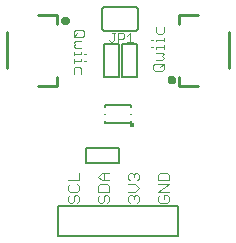
<source format=gbr>
G04 EAGLE Gerber RS-274X export*
G75*
%MOMM*%
%FSLAX34Y34*%
%LPD*%
%AMOC8*
5,1,8,0,0,1.08239X$1,22.5*%
G01*
%ADD10C,0.101600*%
%ADD11C,0.076200*%
%ADD12C,0.127000*%
%ADD13C,0.400000*%
%ADD14C,0.254000*%
%ADD15C,0.152400*%
%ADD16C,0.381000*%


D10*
X59176Y37089D02*
X57650Y35564D01*
X57650Y32513D01*
X59176Y30988D01*
X60701Y30988D01*
X62226Y32513D01*
X62226Y35564D01*
X63751Y37089D01*
X65277Y37089D01*
X66802Y35564D01*
X66802Y32513D01*
X65277Y30988D01*
X57650Y44919D02*
X59176Y46444D01*
X57650Y44919D02*
X57650Y41868D01*
X59176Y40343D01*
X65277Y40343D01*
X66802Y41868D01*
X66802Y44919D01*
X65277Y46444D01*
X66802Y49698D02*
X57650Y49698D01*
X66802Y49698D02*
X66802Y55800D01*
X84576Y37089D02*
X83050Y35564D01*
X83050Y32513D01*
X84576Y30988D01*
X86101Y30988D01*
X87626Y32513D01*
X87626Y35564D01*
X89151Y37089D01*
X90677Y37089D01*
X92202Y35564D01*
X92202Y32513D01*
X90677Y30988D01*
X92202Y40343D02*
X83050Y40343D01*
X92202Y40343D02*
X92202Y44919D01*
X90677Y46444D01*
X84576Y46444D01*
X83050Y44919D01*
X83050Y40343D01*
X86101Y49698D02*
X92202Y49698D01*
X86101Y49698D02*
X83050Y52749D01*
X86101Y55800D01*
X92202Y55800D01*
X87626Y55800D02*
X87626Y49698D01*
X108450Y32513D02*
X109976Y30988D01*
X108450Y32513D02*
X108450Y35564D01*
X109976Y37089D01*
X111501Y37089D01*
X113026Y35564D01*
X113026Y34039D01*
X113026Y35564D02*
X114551Y37089D01*
X116077Y37089D01*
X117602Y35564D01*
X117602Y32513D01*
X116077Y30988D01*
X114551Y40343D02*
X108450Y40343D01*
X114551Y40343D02*
X117602Y43394D01*
X114551Y46444D01*
X108450Y46444D01*
X109976Y49698D02*
X108450Y51224D01*
X108450Y54274D01*
X109976Y55800D01*
X111501Y55800D01*
X113026Y54274D01*
X113026Y52749D01*
X113026Y54274D02*
X114551Y55800D01*
X116077Y55800D01*
X117602Y54274D01*
X117602Y51224D01*
X116077Y49698D01*
X133850Y35564D02*
X135376Y37089D01*
X133850Y35564D02*
X133850Y32513D01*
X135376Y30988D01*
X141477Y30988D01*
X143002Y32513D01*
X143002Y35564D01*
X141477Y37089D01*
X138426Y37089D01*
X138426Y34039D01*
X143002Y40343D02*
X133850Y40343D01*
X143002Y46444D01*
X133850Y46444D01*
X133850Y49698D02*
X143002Y49698D01*
X143002Y54274D01*
X141477Y55800D01*
X135376Y55800D01*
X133850Y54274D01*
X133850Y49698D01*
X69857Y177292D02*
X63755Y177292D01*
X69857Y177292D02*
X71382Y175767D01*
X71382Y172716D01*
X69857Y171191D01*
X63755Y171191D01*
X62230Y172716D01*
X62230Y175767D01*
X63755Y177292D01*
X65281Y174241D02*
X62230Y171191D01*
X63755Y167937D02*
X68331Y167937D01*
X63755Y167937D02*
X62230Y166412D01*
X63755Y164886D01*
X62230Y163361D01*
X63755Y161836D01*
X68331Y161836D01*
X68331Y158582D02*
X68331Y157056D01*
X62230Y157056D01*
X62230Y155531D02*
X62230Y158582D01*
X71382Y157056D02*
X72907Y157056D01*
X68331Y152345D02*
X68331Y150820D01*
X62230Y150820D01*
X62230Y152345D02*
X62230Y149294D01*
X71382Y150820D02*
X72907Y150820D01*
X68331Y144583D02*
X68331Y140007D01*
X68331Y144583D02*
X66806Y146108D01*
X63755Y146108D01*
X62230Y144583D01*
X62230Y140007D01*
X130804Y142494D02*
X136905Y142494D01*
X130804Y142494D02*
X129278Y144019D01*
X129278Y147070D01*
X130804Y148595D01*
X136905Y148595D01*
X138430Y147070D01*
X138430Y144019D01*
X136905Y142494D01*
X135379Y145545D02*
X138430Y148595D01*
X136905Y151849D02*
X132329Y151849D01*
X136905Y151849D02*
X138430Y153374D01*
X136905Y154900D01*
X138430Y156425D01*
X136905Y157950D01*
X132329Y157950D01*
X132329Y161204D02*
X132329Y162730D01*
X138430Y162730D01*
X138430Y164255D02*
X138430Y161204D01*
X129278Y162730D02*
X127753Y162730D01*
X132329Y167441D02*
X132329Y168966D01*
X138430Y168966D01*
X138430Y167441D02*
X138430Y170492D01*
X129278Y168966D02*
X127753Y168966D01*
X132329Y175203D02*
X132329Y179779D01*
X132329Y175203D02*
X133854Y173678D01*
X136905Y173678D01*
X138430Y175203D01*
X138430Y179779D01*
D11*
X93812Y167259D02*
X92583Y168488D01*
X93812Y167259D02*
X95040Y167259D01*
X96269Y168488D01*
X96269Y174631D01*
X95040Y174631D02*
X97498Y174631D01*
X100067Y174631D02*
X100067Y167259D01*
X100067Y174631D02*
X103753Y174631D01*
X104982Y173403D01*
X104982Y170945D01*
X103753Y169716D01*
X100067Y169716D01*
X107551Y172174D02*
X110009Y174631D01*
X110009Y167259D01*
X112466Y167259D02*
X107551Y167259D01*
D12*
X101092Y64262D02*
X73152Y64262D01*
X73152Y76962D01*
X101092Y76962D01*
X101092Y64262D01*
X49200Y27700D02*
X49200Y2300D01*
X49200Y27700D02*
X150800Y27700D01*
X150800Y2300D01*
X49200Y2300D01*
D13*
X53586Y185000D02*
X53588Y185075D01*
X53594Y185149D01*
X53604Y185223D01*
X53617Y185296D01*
X53635Y185369D01*
X53656Y185440D01*
X53681Y185511D01*
X53710Y185580D01*
X53743Y185647D01*
X53779Y185712D01*
X53818Y185776D01*
X53860Y185837D01*
X53906Y185896D01*
X53955Y185953D01*
X54007Y186006D01*
X54061Y186057D01*
X54118Y186106D01*
X54178Y186150D01*
X54240Y186192D01*
X54304Y186231D01*
X54370Y186266D01*
X54437Y186297D01*
X54507Y186325D01*
X54577Y186349D01*
X54649Y186370D01*
X54722Y186386D01*
X54795Y186399D01*
X54870Y186408D01*
X54944Y186413D01*
X55019Y186414D01*
X55093Y186411D01*
X55168Y186404D01*
X55241Y186393D01*
X55315Y186379D01*
X55387Y186360D01*
X55458Y186338D01*
X55528Y186312D01*
X55597Y186282D01*
X55663Y186249D01*
X55728Y186212D01*
X55791Y186172D01*
X55852Y186128D01*
X55910Y186082D01*
X55966Y186032D01*
X56019Y185980D01*
X56070Y185925D01*
X56117Y185867D01*
X56161Y185807D01*
X56202Y185744D01*
X56240Y185680D01*
X56274Y185614D01*
X56305Y185545D01*
X56332Y185476D01*
X56355Y185405D01*
X56374Y185333D01*
X56390Y185260D01*
X56402Y185186D01*
X56410Y185112D01*
X56414Y185037D01*
X56414Y184963D01*
X56410Y184888D01*
X56402Y184814D01*
X56390Y184740D01*
X56374Y184667D01*
X56355Y184595D01*
X56332Y184524D01*
X56305Y184455D01*
X56274Y184386D01*
X56240Y184320D01*
X56202Y184256D01*
X56161Y184193D01*
X56117Y184133D01*
X56070Y184075D01*
X56019Y184020D01*
X55966Y183968D01*
X55910Y183918D01*
X55852Y183872D01*
X55791Y183828D01*
X55728Y183788D01*
X55663Y183751D01*
X55597Y183718D01*
X55528Y183688D01*
X55458Y183662D01*
X55387Y183640D01*
X55315Y183621D01*
X55241Y183607D01*
X55168Y183596D01*
X55093Y183589D01*
X55019Y183586D01*
X54944Y183587D01*
X54870Y183592D01*
X54795Y183601D01*
X54722Y183614D01*
X54649Y183630D01*
X54577Y183651D01*
X54507Y183675D01*
X54437Y183703D01*
X54370Y183734D01*
X54304Y183769D01*
X54240Y183808D01*
X54178Y183850D01*
X54118Y183894D01*
X54061Y183943D01*
X54007Y183994D01*
X53955Y184047D01*
X53906Y184104D01*
X53860Y184163D01*
X53818Y184224D01*
X53779Y184288D01*
X53743Y184353D01*
X53710Y184420D01*
X53681Y184489D01*
X53656Y184560D01*
X53635Y184631D01*
X53617Y184704D01*
X53604Y184777D01*
X53594Y184851D01*
X53588Y184925D01*
X53586Y185000D01*
D14*
X6000Y175000D02*
X6000Y145000D01*
X32000Y190000D02*
X48500Y190000D01*
X48500Y137500D02*
X48500Y130000D01*
X32000Y130000D01*
X48500Y182500D02*
X48500Y190000D01*
D13*
X143586Y135000D02*
X143588Y135075D01*
X143594Y135149D01*
X143604Y135223D01*
X143617Y135296D01*
X143635Y135369D01*
X143656Y135440D01*
X143681Y135511D01*
X143710Y135580D01*
X143743Y135647D01*
X143779Y135712D01*
X143818Y135776D01*
X143860Y135837D01*
X143906Y135896D01*
X143955Y135953D01*
X144007Y136006D01*
X144061Y136057D01*
X144118Y136106D01*
X144178Y136150D01*
X144240Y136192D01*
X144304Y136231D01*
X144370Y136266D01*
X144437Y136297D01*
X144507Y136325D01*
X144577Y136349D01*
X144649Y136370D01*
X144722Y136386D01*
X144795Y136399D01*
X144870Y136408D01*
X144944Y136413D01*
X145019Y136414D01*
X145093Y136411D01*
X145168Y136404D01*
X145241Y136393D01*
X145315Y136379D01*
X145387Y136360D01*
X145458Y136338D01*
X145528Y136312D01*
X145597Y136282D01*
X145663Y136249D01*
X145728Y136212D01*
X145791Y136172D01*
X145852Y136128D01*
X145910Y136082D01*
X145966Y136032D01*
X146019Y135980D01*
X146070Y135925D01*
X146117Y135867D01*
X146161Y135807D01*
X146202Y135744D01*
X146240Y135680D01*
X146274Y135614D01*
X146305Y135545D01*
X146332Y135476D01*
X146355Y135405D01*
X146374Y135333D01*
X146390Y135260D01*
X146402Y135186D01*
X146410Y135112D01*
X146414Y135037D01*
X146414Y134963D01*
X146410Y134888D01*
X146402Y134814D01*
X146390Y134740D01*
X146374Y134667D01*
X146355Y134595D01*
X146332Y134524D01*
X146305Y134455D01*
X146274Y134386D01*
X146240Y134320D01*
X146202Y134256D01*
X146161Y134193D01*
X146117Y134133D01*
X146070Y134075D01*
X146019Y134020D01*
X145966Y133968D01*
X145910Y133918D01*
X145852Y133872D01*
X145791Y133828D01*
X145728Y133788D01*
X145663Y133751D01*
X145597Y133718D01*
X145528Y133688D01*
X145458Y133662D01*
X145387Y133640D01*
X145315Y133621D01*
X145241Y133607D01*
X145168Y133596D01*
X145093Y133589D01*
X145019Y133586D01*
X144944Y133587D01*
X144870Y133592D01*
X144795Y133601D01*
X144722Y133614D01*
X144649Y133630D01*
X144577Y133651D01*
X144507Y133675D01*
X144437Y133703D01*
X144370Y133734D01*
X144304Y133769D01*
X144240Y133808D01*
X144178Y133850D01*
X144118Y133894D01*
X144061Y133943D01*
X144007Y133994D01*
X143955Y134047D01*
X143906Y134104D01*
X143860Y134163D01*
X143818Y134224D01*
X143779Y134288D01*
X143743Y134353D01*
X143710Y134420D01*
X143681Y134489D01*
X143656Y134560D01*
X143635Y134631D01*
X143617Y134704D01*
X143604Y134777D01*
X143594Y134851D01*
X143588Y134925D01*
X143586Y135000D01*
D14*
X194000Y145000D02*
X194000Y175000D01*
X168000Y130000D02*
X151500Y130000D01*
X151500Y182500D02*
X151500Y190000D01*
X168000Y190000D01*
X151500Y137500D02*
X151500Y130000D01*
D15*
X114300Y196850D02*
X88900Y196850D01*
X86360Y179070D02*
X86362Y178970D01*
X86368Y178871D01*
X86378Y178771D01*
X86391Y178673D01*
X86409Y178574D01*
X86430Y178477D01*
X86455Y178381D01*
X86484Y178285D01*
X86517Y178191D01*
X86553Y178098D01*
X86593Y178007D01*
X86637Y177917D01*
X86684Y177829D01*
X86734Y177743D01*
X86788Y177659D01*
X86845Y177577D01*
X86905Y177498D01*
X86969Y177420D01*
X87035Y177346D01*
X87104Y177274D01*
X87176Y177205D01*
X87250Y177139D01*
X87328Y177075D01*
X87407Y177015D01*
X87489Y176958D01*
X87573Y176904D01*
X87659Y176854D01*
X87747Y176807D01*
X87837Y176763D01*
X87928Y176723D01*
X88021Y176687D01*
X88115Y176654D01*
X88211Y176625D01*
X88307Y176600D01*
X88404Y176579D01*
X88503Y176561D01*
X88601Y176548D01*
X88701Y176538D01*
X88800Y176532D01*
X88900Y176530D01*
X114300Y176530D02*
X114400Y176532D01*
X114499Y176538D01*
X114599Y176548D01*
X114697Y176561D01*
X114796Y176579D01*
X114893Y176600D01*
X114989Y176625D01*
X115085Y176654D01*
X115179Y176687D01*
X115272Y176723D01*
X115363Y176763D01*
X115453Y176807D01*
X115541Y176854D01*
X115627Y176904D01*
X115711Y176958D01*
X115793Y177015D01*
X115872Y177075D01*
X115950Y177139D01*
X116024Y177205D01*
X116096Y177274D01*
X116165Y177346D01*
X116231Y177420D01*
X116295Y177498D01*
X116355Y177577D01*
X116412Y177659D01*
X116466Y177743D01*
X116516Y177829D01*
X116563Y177917D01*
X116607Y178007D01*
X116647Y178098D01*
X116683Y178191D01*
X116716Y178285D01*
X116745Y178381D01*
X116770Y178477D01*
X116791Y178574D01*
X116809Y178673D01*
X116822Y178771D01*
X116832Y178871D01*
X116838Y178970D01*
X116840Y179070D01*
X116840Y194310D02*
X116838Y194410D01*
X116832Y194509D01*
X116822Y194609D01*
X116809Y194707D01*
X116791Y194806D01*
X116770Y194903D01*
X116745Y194999D01*
X116716Y195095D01*
X116683Y195189D01*
X116647Y195282D01*
X116607Y195373D01*
X116563Y195463D01*
X116516Y195551D01*
X116466Y195637D01*
X116412Y195721D01*
X116355Y195803D01*
X116295Y195882D01*
X116231Y195960D01*
X116165Y196034D01*
X116096Y196106D01*
X116024Y196175D01*
X115950Y196241D01*
X115872Y196305D01*
X115793Y196365D01*
X115711Y196422D01*
X115627Y196476D01*
X115541Y196526D01*
X115453Y196573D01*
X115363Y196617D01*
X115272Y196657D01*
X115179Y196693D01*
X115085Y196726D01*
X114989Y196755D01*
X114893Y196780D01*
X114796Y196801D01*
X114697Y196819D01*
X114599Y196832D01*
X114499Y196842D01*
X114400Y196848D01*
X114300Y196850D01*
X88900Y196850D02*
X88800Y196848D01*
X88701Y196842D01*
X88601Y196832D01*
X88503Y196819D01*
X88404Y196801D01*
X88307Y196780D01*
X88211Y196755D01*
X88115Y196726D01*
X88021Y196693D01*
X87928Y196657D01*
X87837Y196617D01*
X87747Y196573D01*
X87659Y196526D01*
X87573Y196476D01*
X87489Y196422D01*
X87407Y196365D01*
X87328Y196305D01*
X87250Y196241D01*
X87176Y196175D01*
X87104Y196106D01*
X87035Y196034D01*
X86969Y195960D01*
X86905Y195882D01*
X86845Y195803D01*
X86788Y195721D01*
X86734Y195637D01*
X86684Y195551D01*
X86637Y195463D01*
X86593Y195373D01*
X86553Y195282D01*
X86517Y195189D01*
X86484Y195095D01*
X86455Y194999D01*
X86430Y194903D01*
X86409Y194806D01*
X86391Y194707D01*
X86378Y194609D01*
X86368Y194509D01*
X86362Y194410D01*
X86360Y194310D01*
X86360Y179070D01*
X116840Y179070D02*
X116840Y194310D01*
X114300Y176530D02*
X88900Y176530D01*
D12*
X87630Y165100D02*
X87630Y137160D01*
X87630Y165100D02*
X100330Y165100D01*
X100330Y137160D01*
X87630Y137160D01*
X102870Y137160D02*
X102870Y165100D01*
X115570Y165100D01*
X115570Y137160D01*
X102870Y137160D01*
D16*
X112000Y96430D03*
D12*
X111000Y98680D02*
X89000Y98680D01*
X89000Y113180D02*
X111000Y113180D01*
X89000Y99680D02*
X89000Y98680D01*
X89000Y105680D02*
X89000Y106180D01*
X111000Y106180D02*
X111000Y105680D01*
X111000Y112180D02*
X111000Y113180D01*
X89000Y113180D02*
X89000Y112180D01*
X111000Y99680D02*
X111000Y98680D01*
M02*

</source>
